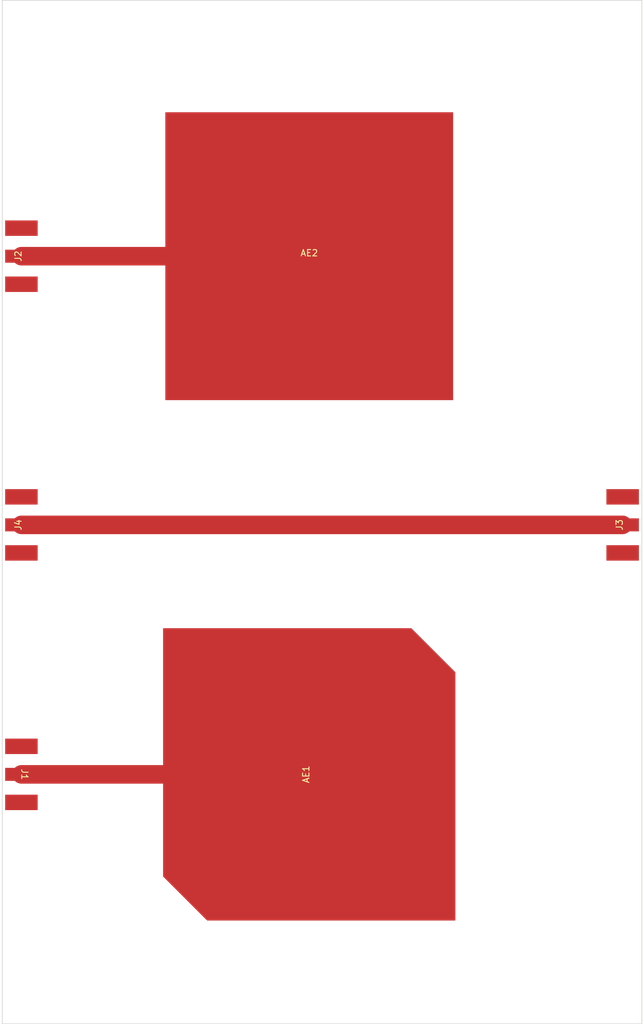
<source format=kicad_pcb>
(kicad_pcb (version 20211014) (generator pcbnew)
  (layers (0 "F.Cu" signal) (31 "B.Cu" signal) (34 "B.Paste" user) (35 "F.Paste" user) (36 "B.SilkS" user "B.Silkscreen") (37 "F.SilkS" user "F.Silkscreen") (38 "B.Mask" user) (39 "F.Mask" user) (44 "Edge.Cuts" user))
  (net 0 "")
  (net 1 "Net-(AE1-Pad1)")
  (net 2 "GND")
  (net 3 "Net-(AE2-Pad1)")
  (net 4 "Net-(J3-Pad1)")
  (footprint "antennas:coax" (layer "F.Cu") (at 59 104 -90)
    (fp_text reference "J1" (at 0 -0.5 -90 unlocked) (layer "F.SilkS"))
    (fp_text value "Conn_Coaxial")
    (pad "1" smd rect (at 0 0 270) (size 2.032 5.08) (layers "F.Cu" "F.Paste" "F.Mask") (net 1 "Net-(AE1-Pad1)"))
    (pad "2" smd rect (at 4.3815 0 270) (size 2.413 5.08) (layers "F.Cu" "F.Paste" "F.Mask") (net 2 "GND"))
    (pad "2" smd rect (at -4.3815 0 270) (size 2.413 5.08) (layers "F.Cu" "F.Paste" "F.Mask") (net 2 "GND"))
  )
  (footprint "antennas:patch_antenna_1.6ghz" (layer "F.Cu") (at 104 23)
    (fp_text reference "AE2" (at 0 -0.5 unlocked) (layer "F.SilkS"))
    (fp_text value "Antenna")
    (pad "1" smd rect (at 0 0) (size 45 45) (layers "F.Cu") (net 3 "Net-(AE2-Pad1)"))
  )
  (footprint "antennas:coax" (layer "F.Cu") (at 153 65 90)
    (fp_text reference "J3" (at 0 -0.5 90 unlocked) (layer "F.SilkS"))
    (fp_text value "Conn_Coaxial")
    (pad "1" smd rect (at 0 0 90) (size 2.032 5.08) (layers "F.Cu" "F.Paste" "F.Mask") (net 4 "Net-(J3-Pad1)"))
    (pad "2" smd rect (at -4.3815 0 90) (size 2.413 5.08) (layers "F.Cu" "F.Paste" "F.Mask"))
    (pad "2" smd rect (at 4.3815 0 90) (size 2.413 5.08) (layers "F.Cu" "F.Paste" "F.Mask"))
  )
  (footprint "antennas:patch_antenna_1.6ghz_cp" (layer "F.Cu") (at 104 104 90)
    (fp_text reference "AE1" (at 0 -0.5 90 unlocked) (layer "F.SilkS"))
    (fp_text value "Antenna")
    (fp_poly (pts (xy 22.75 15.925) (xy 15.925 22.75) (xy -22.75 22.75) (xy -22.75 -15.925) (xy -15.925 -22.75) (xy 22.75 -22.75)) (layer "F.Cu") (width 0.2) (fill solid))
    (pad "1" smd circle (at 0 0 90) (size 10 10) (layers "F.Cu") (net 1 "Net-(AE1-Pad1)"))
  )
  (footprint "antennas:coax" (layer "F.Cu") (at 59 23 90)
    (fp_text reference "J2" (at 0 -0.5 90 unlocked) (layer "F.SilkS"))
    (fp_text value "Conn_Coaxial")
    (pad "1" smd rect (at 0 0 90) (size 2.032 5.08) (layers "F.Cu" "F.Paste" "F.Mask") (net 3 "Net-(AE2-Pad1)"))
    (pad "2" smd rect (at 4.3815 0 90) (size 2.413 5.08) (layers "F.Cu" "F.Paste" "F.Mask") (net 2 "GND"))
    (pad "2" smd rect (at -4.3815 0 90) (size 2.413 5.08) (layers "F.Cu" "F.Paste" "F.Mask") (net 2 "GND"))
  )
  (footprint "antennas:coax" (layer "F.Cu") (at 59 65 90)
    (fp_text reference "J4" (at 0 -0.5 90 unlocked) (layer "F.SilkS"))
    (fp_text value "Conn_Coaxial")
    (pad "1" smd rect (at 0 0 90) (size 2.032 5.08) (layers "F.Cu" "F.Paste" "F.Mask") (net 4 "Net-(J3-Pad1)"))
    (pad "2" smd rect (at -4.3815 0 90) (size 2.413 5.08) (layers "F.Cu" "F.Paste" "F.Mask"))
    (pad "2" smd rect (at 4.3815 0 90) (size 2.413 5.08) (layers "F.Cu" "F.Paste" "F.Mask"))
  )
  (gr_rect (start 56 -17) (end 156 143) (layer "Edge.Cuts") (width 0.1) (fill none))
  (segment (start 59 104) (end 107 104) (width 2.9) (layer "F.Cu") (net 1))
  (segment (start 59 23) (end 104 23) (width 2.9) (layer "F.Cu") (net 3))
  (segment (start 59 65) (end 153 65) (width 2.9) (layer "F.Cu") (net 4))
)
</source>
